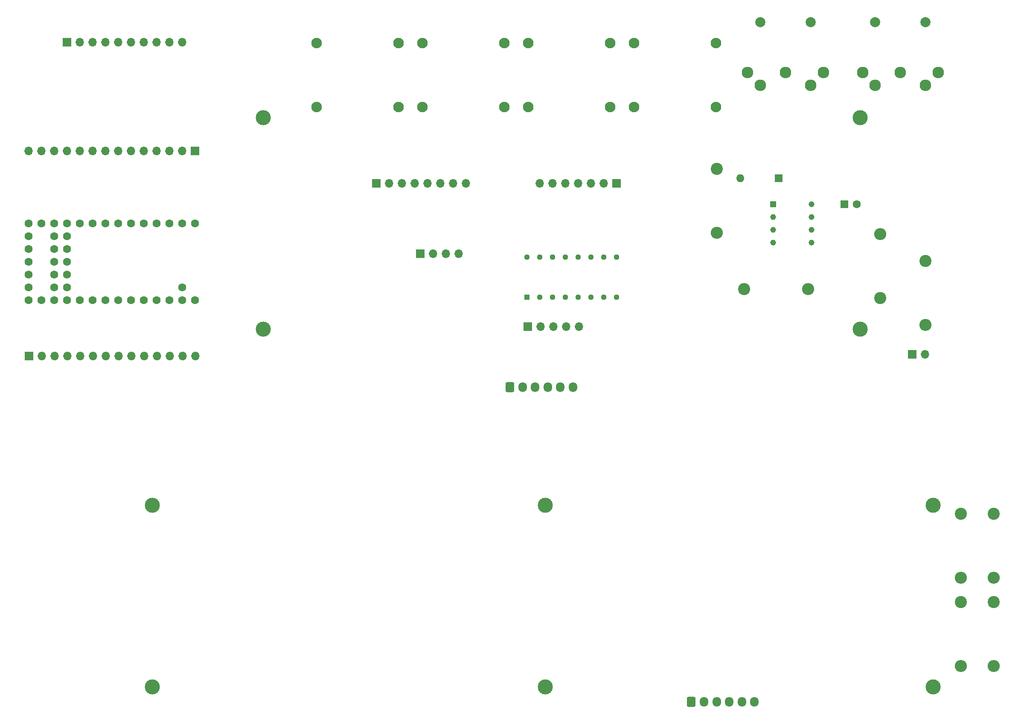
<source format=gbr>
%TF.GenerationSoftware,KiCad,Pcbnew,(6.0.4)*%
%TF.CreationDate,2022-07-25T16:23:06+02:00*%
%TF.ProjectId,MHS_Mobile_Hardware_Sampler_V3,4d48535f-4d6f-4626-996c-655f48617264,rev?*%
%TF.SameCoordinates,Original*%
%TF.FileFunction,Soldermask,Bot*%
%TF.FilePolarity,Negative*%
%FSLAX46Y46*%
G04 Gerber Fmt 4.6, Leading zero omitted, Abs format (unit mm)*
G04 Created by KiCad (PCBNEW (6.0.4)) date 2022-07-25 16:23:06*
%MOMM*%
%LPD*%
G01*
G04 APERTURE LIST*
G04 Aperture macros list*
%AMRoundRect*
0 Rectangle with rounded corners*
0 $1 Rounding radius*
0 $2 $3 $4 $5 $6 $7 $8 $9 X,Y pos of 4 corners*
0 Add a 4 corners polygon primitive as box body*
4,1,4,$2,$3,$4,$5,$6,$7,$8,$9,$2,$3,0*
0 Add four circle primitives for the rounded corners*
1,1,$1+$1,$2,$3*
1,1,$1+$1,$4,$5*
1,1,$1+$1,$6,$7*
1,1,$1+$1,$8,$9*
0 Add four rect primitives between the rounded corners*
20,1,$1+$1,$2,$3,$4,$5,0*
20,1,$1+$1,$4,$5,$6,$7,0*
20,1,$1+$1,$6,$7,$8,$9,0*
20,1,$1+$1,$8,$9,$2,$3,0*%
G04 Aperture macros list end*
%ADD10C,1.600000*%
%ADD11R,1.700000X1.700000*%
%ADD12O,1.700000X1.700000*%
%ADD13C,2.400000*%
%ADD14O,2.400000X2.400000*%
%ADD15C,3.000000*%
%ADD16R,1.160000X1.160000*%
%ADD17C,1.160000*%
%ADD18RoundRect,0.250000X-0.600000X-0.725000X0.600000X-0.725000X0.600000X0.725000X-0.600000X0.725000X0*%
%ADD19O,1.700000X1.950000*%
%ADD20C,2.000000*%
%ADD21C,2.300000*%
%ADD22C,2.100000*%
%ADD23R,1.600000X1.600000*%
%ADD24O,1.600000X1.600000*%
%ADD25R,1.130000X1.130000*%
%ADD26C,1.130000*%
G04 APERTURE END LIST*
D10*
%TO.C,U7*%
X52020000Y-61000000D03*
X49480000Y-61000000D03*
X46940000Y-61000000D03*
X44400000Y-61000000D03*
X41860000Y-61000000D03*
X39320000Y-61000000D03*
X36780000Y-61000000D03*
X34240000Y-61000000D03*
X31700000Y-61000000D03*
X29160000Y-61000000D03*
X26620000Y-61000000D03*
X24080000Y-61000000D03*
X21540000Y-61000000D03*
X19000000Y-61000000D03*
X19000000Y-63540000D03*
X19000000Y-66080000D03*
X19000000Y-68620000D03*
X19000000Y-71160000D03*
X19000000Y-73700000D03*
X19000000Y-76240000D03*
X21540000Y-76240000D03*
X24080000Y-76240000D03*
X26620000Y-76240000D03*
X29160000Y-76240000D03*
X31700000Y-76240000D03*
X34240000Y-76240000D03*
X36780000Y-76240000D03*
X39320000Y-76240000D03*
X41860000Y-76240000D03*
X44400000Y-76240000D03*
X46940000Y-76240000D03*
X49480000Y-76240000D03*
X52020000Y-76240000D03*
X49480000Y-73700000D03*
X24080000Y-73700000D03*
X26620000Y-73700000D03*
X24080000Y-71160000D03*
X26620000Y-71160000D03*
X24080000Y-68620000D03*
X26620000Y-68620000D03*
X24080000Y-66080000D03*
X26620000Y-66080000D03*
X24080000Y-63540000D03*
X26620000Y-63540000D03*
%TD*%
D11*
%TO.C,J6_TeensyPinsUnten1*%
X26575000Y-25000000D03*
D12*
X29115000Y-25000000D03*
X31655000Y-25000000D03*
X34195000Y-25000000D03*
X36735000Y-25000000D03*
X39275000Y-25000000D03*
X41815000Y-25000000D03*
X44355000Y-25000000D03*
X46895000Y-25000000D03*
X49435000Y-25000000D03*
%TD*%
D13*
%TO.C,R4*%
X210500000Y-136150000D03*
D14*
X210500000Y-148850000D03*
%TD*%
D15*
%TO.C,H3*%
X198500000Y-117000000D03*
%TD*%
D16*
%TO.C,U6*%
X166690000Y-57180000D03*
D17*
X166690000Y-59720000D03*
X166690000Y-62260000D03*
X166690000Y-64800000D03*
X174310000Y-64800000D03*
X174310000Y-62260000D03*
X174310000Y-59720000D03*
X174310000Y-57180000D03*
%TD*%
D11*
%TO.C,J9*%
X118000000Y-81500000D03*
D12*
X120540000Y-81500000D03*
X123080000Y-81500000D03*
X125620000Y-81500000D03*
X128160000Y-81500000D03*
%TD*%
D15*
%TO.C,H6*%
X43500000Y-153000000D03*
%TD*%
%TO.C,H2*%
X198500000Y-153000000D03*
%TD*%
D18*
%TO.C,J4*%
X114500000Y-93500000D03*
D19*
X117000000Y-93500000D03*
X119500000Y-93500000D03*
X122000000Y-93500000D03*
X124500000Y-93500000D03*
X127000000Y-93500000D03*
%TD*%
D11*
%TO.C,J5*%
X135625000Y-53000000D03*
D12*
X133085000Y-53000000D03*
X130545000Y-53000000D03*
X128005000Y-53000000D03*
X125465000Y-53000000D03*
X122925000Y-53000000D03*
X120385000Y-53000000D03*
%TD*%
D11*
%TO.C,J10*%
X194340000Y-87010000D03*
D12*
X196880000Y-87010000D03*
%TD*%
D13*
%TO.C,R1*%
X204000000Y-118650000D03*
D14*
X204000000Y-131350000D03*
%TD*%
D15*
%TO.C,H1*%
X43500000Y-117000000D03*
%TD*%
D11*
%TO.C,J1*%
X52010000Y-46620000D03*
D12*
X49470000Y-46620000D03*
X46930000Y-46620000D03*
X44390000Y-46620000D03*
X41850000Y-46620000D03*
X39310000Y-46620000D03*
X36770000Y-46620000D03*
X34230000Y-46620000D03*
X31690000Y-46620000D03*
X29150000Y-46620000D03*
X26610000Y-46620000D03*
X24070000Y-46620000D03*
X21530000Y-46620000D03*
X18990000Y-46620000D03*
%TD*%
D20*
%TO.C,J8*%
X196982056Y-21066973D03*
X186969129Y-21056684D03*
D21*
X184470000Y-31067500D03*
X191970000Y-31067500D03*
X199470000Y-31067500D03*
X186970000Y-33567500D03*
X196970000Y-33567500D03*
%TD*%
D18*
%TO.C,J?3=FSR4;6=FSR1*%
X150500000Y-156000000D03*
D19*
X153000000Y-156000000D03*
X155500000Y-156000000D03*
X158000000Y-156000000D03*
X160500000Y-156000000D03*
X163000000Y-156000000D03*
%TD*%
D22*
%TO.C,J17*%
X118154670Y-25190000D03*
X118154670Y-37890000D03*
X134384670Y-37890000D03*
X134384670Y-25190000D03*
%TD*%
D13*
%TO.C,R8*%
X196920000Y-68410000D03*
D14*
X196920000Y-81110000D03*
%TD*%
D22*
%TO.C,J16*%
X97124670Y-25190000D03*
X97124670Y-37890000D03*
X113354670Y-37890000D03*
X113354670Y-25190000D03*
%TD*%
D13*
%TO.C,R3*%
X204000000Y-136150000D03*
D14*
X204000000Y-148850000D03*
%TD*%
D13*
%TO.C,R6*%
X161000000Y-74000000D03*
D14*
X173700000Y-74000000D03*
%TD*%
D11*
%TO.C,J6*%
X96700000Y-67000000D03*
D12*
X99240000Y-67000000D03*
X101780000Y-67000000D03*
X104320000Y-67000000D03*
%TD*%
D20*
%TO.C,J3*%
X174182056Y-21046973D03*
X164169129Y-21036684D03*
D21*
X161670000Y-31047500D03*
X169170000Y-31047500D03*
X176670000Y-31047500D03*
X164170000Y-33547500D03*
X174170000Y-33547500D03*
%TD*%
D15*
%TO.C,H9*%
X65500000Y-82000000D03*
%TD*%
D13*
%TO.C,R2*%
X210500000Y-118650000D03*
D14*
X210500000Y-131350000D03*
%TD*%
D23*
%TO.C,C1*%
X180817621Y-57190000D03*
D10*
X183317621Y-57190000D03*
%TD*%
D11*
%TO.C,J7*%
X87990000Y-53000000D03*
D12*
X90530000Y-53000000D03*
X93070000Y-53000000D03*
X95610000Y-53000000D03*
X98150000Y-53000000D03*
X100690000Y-53000000D03*
X103230000Y-53000000D03*
X105770000Y-53000000D03*
%TD*%
D22*
%TO.C,J18*%
X139154670Y-25190000D03*
X139154670Y-37890000D03*
X155384670Y-37890000D03*
X155384670Y-25190000D03*
%TD*%
D15*
%TO.C,H4*%
X184000000Y-40000000D03*
%TD*%
D13*
%TO.C,R7*%
X188000000Y-75850000D03*
D14*
X188000000Y-63150000D03*
%TD*%
D15*
%TO.C,H8*%
X184000000Y-82000000D03*
%TD*%
D23*
%TO.C,D1*%
X167810000Y-51990000D03*
D24*
X160190000Y-51990000D03*
%TD*%
D15*
%TO.C,H10*%
X121500000Y-153000000D03*
%TD*%
%TO.C,H7*%
X65500000Y-40000000D03*
%TD*%
D11*
%TO.C,J2*%
X19032663Y-87357701D03*
D12*
X21572663Y-87357701D03*
X24112663Y-87357701D03*
X26652663Y-87357701D03*
X29192663Y-87357701D03*
X31732663Y-87357701D03*
X34272663Y-87357701D03*
X36812663Y-87357701D03*
X39352663Y-87357701D03*
X41892663Y-87357701D03*
X44432663Y-87357701D03*
X46972663Y-87357701D03*
X49512663Y-87357701D03*
X52052663Y-87357701D03*
%TD*%
D15*
%TO.C,H5*%
X121500000Y-117000000D03*
%TD*%
D22*
%TO.C,J11*%
X76124340Y-25190000D03*
X76124340Y-37890000D03*
X92354340Y-37890000D03*
X92354340Y-25190000D03*
%TD*%
D25*
%TO.C,U5*%
X117840000Y-75657960D03*
D26*
X120380000Y-75657960D03*
X122920000Y-75657960D03*
X125460000Y-75657960D03*
X128000000Y-75657960D03*
X130540000Y-75657960D03*
X133080000Y-75657960D03*
X135620000Y-75657960D03*
X135620000Y-67717960D03*
X133080000Y-67717960D03*
X130540000Y-67717960D03*
X128000000Y-67717960D03*
X125460000Y-67717960D03*
X122920000Y-67717960D03*
X120380000Y-67717960D03*
X117840000Y-67717960D03*
%TD*%
D13*
%TO.C,R5*%
X155500000Y-50150000D03*
D14*
X155500000Y-62850000D03*
%TD*%
M02*

</source>
